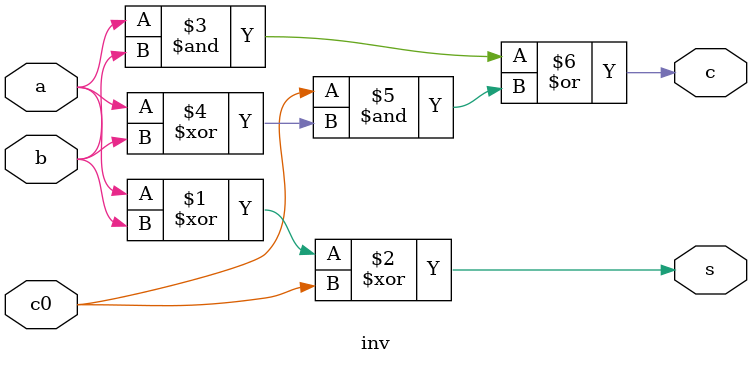
<source format=v>
`timescale 1ns / 1ps


module inv(
    input a, b, c0,
    output s, c
);

assign s = a^b^c0;
assign c = (a&b) | (c0&(a^b));

endmodule

</source>
